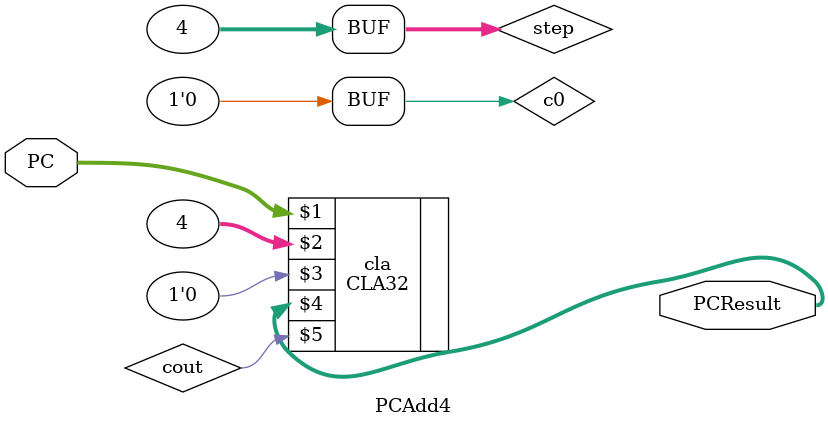
<source format=v>
`timescale 1ns / 1ps

module PCAdd4(
    input [31: 0] PC, 
    output [31: 0] PCResult);

    reg [31:0] step = 32'h4;
    reg c0 = 0;
    wire cout;
    CLA32 cla(PC, step, c0, PCResult, cout);
endmodule

</source>
